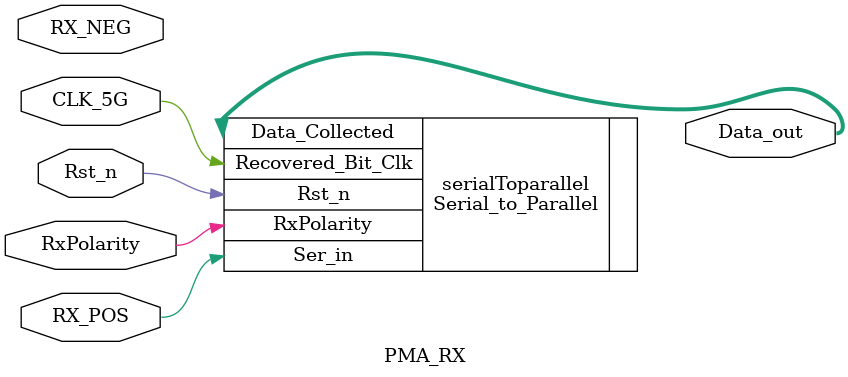
<source format=v>
module PMA_RX #(parameter DATA_WIDTH = 10)
				(
					input RX_POS,
					input RX_NEG,
					//input Ser_in,
					input Rst_n,
					input CLK_5G,
					input RxPolarity,
					output [DATA_WIDTH-1:0] Data_out 
					//output K285
				);

////////////////////////////////////////////////////////////
////////////////////////////////////////////////////////////
//////////////// 	CDR should be here	   /////////////////
////////////////////////////////////////////////////////////
////////////////////////////////////////////////////////////


////////////////////////////////////////////////////////////
////////////////////////////////////////////////////////////
//////////////// 	Serial to parallel	   /////////////////
////////////////////////////////////////////////////////////
////////////////////////////////////////////////////////////


  Serial_to_Parallel #(.DATA_WIDTH(DATA_WIDTH)) serialToparallel (

      .Recovered_Bit_Clk(CLK_5G),
      .Ser_in(RX_POS),
      .Rst_n(Rst_n),
      .RxPolarity(RxPolarity),
      .Data_Collected(Data_out)  

  );

endmodule 

</source>
